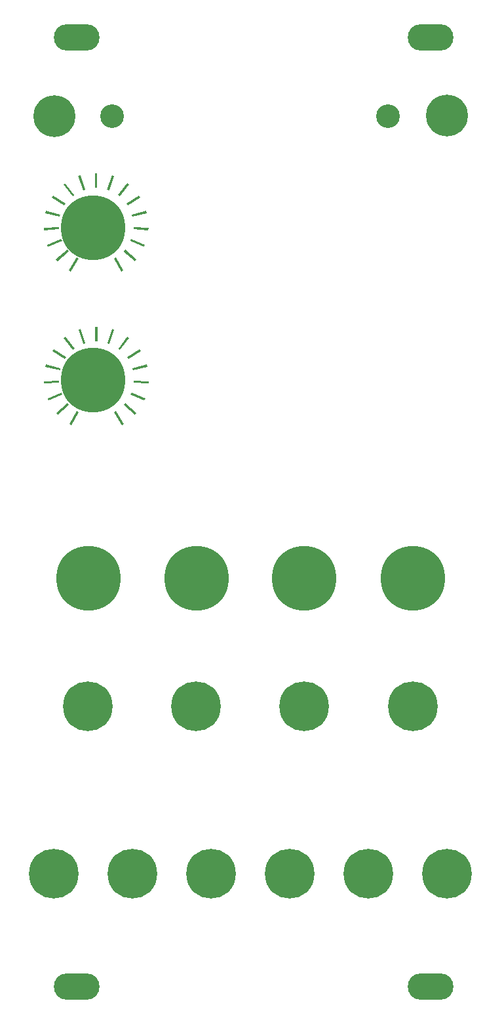
<source format=gts>
G04 DipTrace 4.0.0.0*
G04 rangoon_panel_plugg.GTS*
%MOIN*%
G04 #@! TF.FileFunction,Soldermask,Top*
G04 #@! TF.Part,Single*
%ADD22C,0.120079*%
%ADD23C,0.212598*%
%ADD28C,0.328*%
%ADD30O,0.2324X0.134*%
%ADD32C,0.252094*%
%FSLAX26Y26*%
G04*
G70*
G90*
G75*
G01*
G04 TopMask*
%LPD*%
D22*
X2292301Y4937152D3*
X890701Y4936639D3*
D23*
X594986Y4935815D3*
X2593339Y4940614D3*
D32*
X593610Y1089133D3*
X992528D3*
X1393744D3*
X1792528D3*
X2192528D3*
D30*
X2509819Y517364D3*
X709819D3*
Y5337214D3*
X2509819D3*
D32*
X2593085Y1089133D3*
X1865381Y1939866D3*
X2419882D3*
X766224D3*
X1317264D3*
D28*
X768059Y2590193D3*
X1318169D3*
X1867076D3*
X2419261D3*
X791558Y4370154D3*
X793276Y3595505D3*
G36*
X670043Y4153253D2*
X679937Y4147543D1*
X718017Y4213500D1*
X708123Y4219211D1*
X670043Y4153253D1*
G37*
G36*
X604093Y4209786D2*
X611626Y4201198D1*
X668886Y4251412D1*
X661354Y4260003D1*
X604093Y4209786D1*
G37*
G36*
X559814Y4284517D2*
X564186Y4273963D1*
X634549Y4303106D1*
X630177Y4313663D1*
X559814Y4284517D1*
G37*
G36*
X541906Y4369514D2*
X542654Y4358115D1*
X618651Y4363096D1*
X617904Y4374496D1*
X541906Y4369514D1*
G37*
G36*
X552270Y4455757D2*
X549314Y4444723D1*
X622879Y4425010D1*
X625836Y4436045D1*
X552270Y4455757D1*
G37*
G36*
X589806Y4534092D2*
X583459Y4524594D1*
X646785Y4482281D1*
X653131Y4491778D1*
X589806Y4534092D1*
G37*
G36*
X650530Y4596205D2*
X641467Y4589249D1*
X687831Y4528828D1*
X696894Y4535782D1*
X650530Y4596205D1*
G37*
G36*
X727997Y4635500D2*
X717178Y4631828D1*
X741660Y4559710D1*
X752478Y4563382D1*
X727997Y4635500D1*
G37*
G36*
X813984Y4647811D2*
X802559D1*
Y4571651D1*
X813984D1*
Y4647811D1*
G37*
G36*
X899365Y4631828D2*
X888547Y4635500D1*
X864066Y4563382D1*
X874883Y4559710D1*
X899365Y4631828D1*
G37*
G36*
X975076Y4589249D2*
X966013Y4596205D1*
X919650Y4535782D1*
X928713Y4528828D1*
X975076Y4589249D1*
G37*
G36*
X1033084Y4524594D2*
X1026738Y4534092D1*
X963412Y4491781D1*
X969759Y4482281D1*
X1033084Y4524594D1*
G37*
G36*
X1067230Y4444723D2*
X1064273Y4455757D1*
X990707Y4436045D1*
X993664Y4425010D1*
X1067230Y4444723D1*
G37*
G36*
X1073890Y4358115D2*
X1074638Y4369514D1*
X998639Y4374496D1*
X997892Y4363096D1*
X1073890Y4358115D1*
G37*
G36*
X1052358Y4273963D2*
X1056730Y4284517D1*
X986366Y4313663D1*
X981995Y4303106D1*
X1052358Y4273963D1*
G37*
G36*
X1004917Y4201197D2*
X1012450Y4209786D1*
X955190Y4260003D1*
X947657Y4251412D1*
X1004917Y4201197D1*
G37*
G36*
X936606Y4147543D2*
X946500Y4153253D1*
X908420Y4219211D1*
X898526Y4213500D1*
X936606Y4147543D1*
G37*
G36*
X671591Y3373306D2*
X681484Y3367596D1*
X719564Y3433552D1*
X709671Y3439264D1*
X671591Y3373306D1*
G37*
G36*
X605640Y3429839D2*
X613173Y3421251D1*
X670433Y3471465D1*
X662902Y3480055D1*
X605640Y3429839D1*
G37*
G36*
X561361Y3504570D2*
X565734Y3494016D1*
X636096Y3523159D1*
X631724Y3533715D1*
X561361Y3504570D1*
G37*
G36*
X543453Y3589567D2*
X544201Y3578168D1*
X620198Y3583148D1*
X619451Y3594549D1*
X543453Y3589567D1*
G37*
G36*
X553818Y3675810D2*
X550861Y3664776D1*
X624427Y3645063D1*
X627383Y3656097D1*
X553818Y3675810D1*
G37*
G36*
X591353Y3754144D2*
X585007Y3744647D1*
X648332Y3702333D1*
X654678Y3711831D1*
X591353Y3754144D1*
G37*
G36*
X652077Y3816257D2*
X643014Y3809302D1*
X689378Y3748881D1*
X698441Y3755835D1*
X652077Y3816257D1*
G37*
G36*
X729545Y3855552D2*
X718726Y3851881D1*
X743207Y3779762D1*
X754025Y3783434D1*
X729545Y3855552D1*
G37*
G36*
X815531Y3867864D2*
X804106D1*
Y3791703D1*
X815531D1*
Y3867864D1*
G37*
G36*
X900912Y3851881D2*
X890094Y3855552D1*
X865613Y3783434D1*
X876430Y3779762D1*
X900912Y3851881D1*
G37*
G36*
X976623Y3809302D2*
X967560Y3816257D1*
X921197Y3755835D1*
X930260Y3748881D1*
X976623Y3809302D1*
G37*
G36*
X1034631Y3744647D2*
X1028285Y3754144D1*
X964959Y3711833D1*
X971306Y3702333D1*
X1034631Y3744647D1*
G37*
G36*
X1068777Y3664776D2*
X1065820Y3675810D1*
X992255Y3656097D1*
X995211Y3645063D1*
X1068777Y3664776D1*
G37*
G36*
X1075437Y3578168D2*
X1076185Y3589567D1*
X1000186Y3594549D1*
X999440Y3583148D1*
X1075437Y3578168D1*
G37*
G36*
X1053906Y3494016D2*
X1058277Y3504570D1*
X987913Y3533715D1*
X983542Y3523159D1*
X1053906Y3494016D1*
G37*
G36*
X1006465Y3421249D2*
X1013997Y3429839D1*
X956738Y3480055D1*
X949205Y3471465D1*
X1006465Y3421249D1*
G37*
G36*
X938154Y3367596D2*
X948047Y3373306D1*
X909967Y3439264D1*
X900073Y3433552D1*
X938154Y3367596D1*
G37*
M02*

</source>
